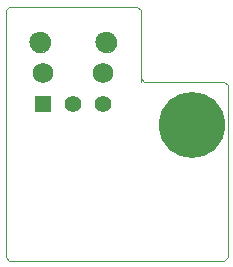
<source format=gbs>
G75*
%MOIN*%
%OFA0B0*%
%FSLAX25Y25*%
%IPPOS*%
%LPD*%
%AMOC8*
5,1,8,0,0,1.08239X$1,22.5*
%
%ADD10C,0.00000*%
%ADD11R,0.05550X0.05550*%
%ADD12C,0.05550*%
%ADD13C,0.06896*%
%ADD14C,0.07093*%
%ADD15C,0.22054*%
D10*
X0004100Y0003487D02*
X0005350Y0002238D01*
X0076913Y0002238D01*
X0078163Y0003487D01*
X0078163Y0060675D01*
X0076913Y0061925D01*
X0050350Y0061925D01*
X0049100Y0063175D01*
X0049100Y0061925D01*
X0049100Y0063175D02*
X0049100Y0085675D01*
X0047850Y0086925D01*
X0005350Y0086925D01*
X0004100Y0085675D01*
X0004100Y0003487D01*
X0012230Y0075055D02*
X0012232Y0075170D01*
X0012238Y0075286D01*
X0012248Y0075401D01*
X0012262Y0075516D01*
X0012280Y0075630D01*
X0012302Y0075743D01*
X0012327Y0075856D01*
X0012357Y0075967D01*
X0012390Y0076078D01*
X0012427Y0076187D01*
X0012468Y0076295D01*
X0012513Y0076402D01*
X0012561Y0076507D01*
X0012613Y0076610D01*
X0012669Y0076711D01*
X0012728Y0076811D01*
X0012790Y0076908D01*
X0012856Y0077003D01*
X0012924Y0077096D01*
X0012996Y0077186D01*
X0013071Y0077274D01*
X0013150Y0077359D01*
X0013231Y0077441D01*
X0013314Y0077521D01*
X0013401Y0077597D01*
X0013490Y0077671D01*
X0013581Y0077741D01*
X0013675Y0077809D01*
X0013771Y0077873D01*
X0013870Y0077933D01*
X0013970Y0077990D01*
X0014072Y0078044D01*
X0014176Y0078094D01*
X0014282Y0078141D01*
X0014389Y0078184D01*
X0014498Y0078223D01*
X0014608Y0078258D01*
X0014719Y0078289D01*
X0014831Y0078317D01*
X0014944Y0078341D01*
X0015058Y0078361D01*
X0015173Y0078377D01*
X0015288Y0078389D01*
X0015403Y0078397D01*
X0015518Y0078401D01*
X0015634Y0078401D01*
X0015749Y0078397D01*
X0015864Y0078389D01*
X0015979Y0078377D01*
X0016094Y0078361D01*
X0016208Y0078341D01*
X0016321Y0078317D01*
X0016433Y0078289D01*
X0016544Y0078258D01*
X0016654Y0078223D01*
X0016763Y0078184D01*
X0016870Y0078141D01*
X0016976Y0078094D01*
X0017080Y0078044D01*
X0017182Y0077990D01*
X0017282Y0077933D01*
X0017381Y0077873D01*
X0017477Y0077809D01*
X0017571Y0077741D01*
X0017662Y0077671D01*
X0017751Y0077597D01*
X0017838Y0077521D01*
X0017921Y0077441D01*
X0018002Y0077359D01*
X0018081Y0077274D01*
X0018156Y0077186D01*
X0018228Y0077096D01*
X0018296Y0077003D01*
X0018362Y0076908D01*
X0018424Y0076811D01*
X0018483Y0076711D01*
X0018539Y0076610D01*
X0018591Y0076507D01*
X0018639Y0076402D01*
X0018684Y0076295D01*
X0018725Y0076187D01*
X0018762Y0076078D01*
X0018795Y0075967D01*
X0018825Y0075856D01*
X0018850Y0075743D01*
X0018872Y0075630D01*
X0018890Y0075516D01*
X0018904Y0075401D01*
X0018914Y0075286D01*
X0018920Y0075170D01*
X0018922Y0075055D01*
X0018920Y0074940D01*
X0018914Y0074824D01*
X0018904Y0074709D01*
X0018890Y0074594D01*
X0018872Y0074480D01*
X0018850Y0074367D01*
X0018825Y0074254D01*
X0018795Y0074143D01*
X0018762Y0074032D01*
X0018725Y0073923D01*
X0018684Y0073815D01*
X0018639Y0073708D01*
X0018591Y0073603D01*
X0018539Y0073500D01*
X0018483Y0073399D01*
X0018424Y0073299D01*
X0018362Y0073202D01*
X0018296Y0073107D01*
X0018228Y0073014D01*
X0018156Y0072924D01*
X0018081Y0072836D01*
X0018002Y0072751D01*
X0017921Y0072669D01*
X0017838Y0072589D01*
X0017751Y0072513D01*
X0017662Y0072439D01*
X0017571Y0072369D01*
X0017477Y0072301D01*
X0017381Y0072237D01*
X0017282Y0072177D01*
X0017182Y0072120D01*
X0017080Y0072066D01*
X0016976Y0072016D01*
X0016870Y0071969D01*
X0016763Y0071926D01*
X0016654Y0071887D01*
X0016544Y0071852D01*
X0016433Y0071821D01*
X0016321Y0071793D01*
X0016208Y0071769D01*
X0016094Y0071749D01*
X0015979Y0071733D01*
X0015864Y0071721D01*
X0015749Y0071713D01*
X0015634Y0071709D01*
X0015518Y0071709D01*
X0015403Y0071713D01*
X0015288Y0071721D01*
X0015173Y0071733D01*
X0015058Y0071749D01*
X0014944Y0071769D01*
X0014831Y0071793D01*
X0014719Y0071821D01*
X0014608Y0071852D01*
X0014498Y0071887D01*
X0014389Y0071926D01*
X0014282Y0071969D01*
X0014176Y0072016D01*
X0014072Y0072066D01*
X0013970Y0072120D01*
X0013870Y0072177D01*
X0013771Y0072237D01*
X0013675Y0072301D01*
X0013581Y0072369D01*
X0013490Y0072439D01*
X0013401Y0072513D01*
X0013314Y0072589D01*
X0013231Y0072669D01*
X0013150Y0072751D01*
X0013071Y0072836D01*
X0012996Y0072924D01*
X0012924Y0073014D01*
X0012856Y0073107D01*
X0012790Y0073202D01*
X0012728Y0073299D01*
X0012669Y0073399D01*
X0012613Y0073500D01*
X0012561Y0073603D01*
X0012513Y0073708D01*
X0012468Y0073815D01*
X0012427Y0073923D01*
X0012390Y0074032D01*
X0012357Y0074143D01*
X0012327Y0074254D01*
X0012302Y0074367D01*
X0012280Y0074480D01*
X0012262Y0074594D01*
X0012248Y0074709D01*
X0012238Y0074824D01*
X0012232Y0074940D01*
X0012230Y0075055D01*
X0034278Y0075055D02*
X0034280Y0075170D01*
X0034286Y0075286D01*
X0034296Y0075401D01*
X0034310Y0075516D01*
X0034328Y0075630D01*
X0034350Y0075743D01*
X0034375Y0075856D01*
X0034405Y0075967D01*
X0034438Y0076078D01*
X0034475Y0076187D01*
X0034516Y0076295D01*
X0034561Y0076402D01*
X0034609Y0076507D01*
X0034661Y0076610D01*
X0034717Y0076711D01*
X0034776Y0076811D01*
X0034838Y0076908D01*
X0034904Y0077003D01*
X0034972Y0077096D01*
X0035044Y0077186D01*
X0035119Y0077274D01*
X0035198Y0077359D01*
X0035279Y0077441D01*
X0035362Y0077521D01*
X0035449Y0077597D01*
X0035538Y0077671D01*
X0035629Y0077741D01*
X0035723Y0077809D01*
X0035819Y0077873D01*
X0035918Y0077933D01*
X0036018Y0077990D01*
X0036120Y0078044D01*
X0036224Y0078094D01*
X0036330Y0078141D01*
X0036437Y0078184D01*
X0036546Y0078223D01*
X0036656Y0078258D01*
X0036767Y0078289D01*
X0036879Y0078317D01*
X0036992Y0078341D01*
X0037106Y0078361D01*
X0037221Y0078377D01*
X0037336Y0078389D01*
X0037451Y0078397D01*
X0037566Y0078401D01*
X0037682Y0078401D01*
X0037797Y0078397D01*
X0037912Y0078389D01*
X0038027Y0078377D01*
X0038142Y0078361D01*
X0038256Y0078341D01*
X0038369Y0078317D01*
X0038481Y0078289D01*
X0038592Y0078258D01*
X0038702Y0078223D01*
X0038811Y0078184D01*
X0038918Y0078141D01*
X0039024Y0078094D01*
X0039128Y0078044D01*
X0039230Y0077990D01*
X0039330Y0077933D01*
X0039429Y0077873D01*
X0039525Y0077809D01*
X0039619Y0077741D01*
X0039710Y0077671D01*
X0039799Y0077597D01*
X0039886Y0077521D01*
X0039969Y0077441D01*
X0040050Y0077359D01*
X0040129Y0077274D01*
X0040204Y0077186D01*
X0040276Y0077096D01*
X0040344Y0077003D01*
X0040410Y0076908D01*
X0040472Y0076811D01*
X0040531Y0076711D01*
X0040587Y0076610D01*
X0040639Y0076507D01*
X0040687Y0076402D01*
X0040732Y0076295D01*
X0040773Y0076187D01*
X0040810Y0076078D01*
X0040843Y0075967D01*
X0040873Y0075856D01*
X0040898Y0075743D01*
X0040920Y0075630D01*
X0040938Y0075516D01*
X0040952Y0075401D01*
X0040962Y0075286D01*
X0040968Y0075170D01*
X0040970Y0075055D01*
X0040968Y0074940D01*
X0040962Y0074824D01*
X0040952Y0074709D01*
X0040938Y0074594D01*
X0040920Y0074480D01*
X0040898Y0074367D01*
X0040873Y0074254D01*
X0040843Y0074143D01*
X0040810Y0074032D01*
X0040773Y0073923D01*
X0040732Y0073815D01*
X0040687Y0073708D01*
X0040639Y0073603D01*
X0040587Y0073500D01*
X0040531Y0073399D01*
X0040472Y0073299D01*
X0040410Y0073202D01*
X0040344Y0073107D01*
X0040276Y0073014D01*
X0040204Y0072924D01*
X0040129Y0072836D01*
X0040050Y0072751D01*
X0039969Y0072669D01*
X0039886Y0072589D01*
X0039799Y0072513D01*
X0039710Y0072439D01*
X0039619Y0072369D01*
X0039525Y0072301D01*
X0039429Y0072237D01*
X0039330Y0072177D01*
X0039230Y0072120D01*
X0039128Y0072066D01*
X0039024Y0072016D01*
X0038918Y0071969D01*
X0038811Y0071926D01*
X0038702Y0071887D01*
X0038592Y0071852D01*
X0038481Y0071821D01*
X0038369Y0071793D01*
X0038256Y0071769D01*
X0038142Y0071749D01*
X0038027Y0071733D01*
X0037912Y0071721D01*
X0037797Y0071713D01*
X0037682Y0071709D01*
X0037566Y0071709D01*
X0037451Y0071713D01*
X0037336Y0071721D01*
X0037221Y0071733D01*
X0037106Y0071749D01*
X0036992Y0071769D01*
X0036879Y0071793D01*
X0036767Y0071821D01*
X0036656Y0071852D01*
X0036546Y0071887D01*
X0036437Y0071926D01*
X0036330Y0071969D01*
X0036224Y0072016D01*
X0036120Y0072066D01*
X0036018Y0072120D01*
X0035918Y0072177D01*
X0035819Y0072237D01*
X0035723Y0072301D01*
X0035629Y0072369D01*
X0035538Y0072439D01*
X0035449Y0072513D01*
X0035362Y0072589D01*
X0035279Y0072669D01*
X0035198Y0072751D01*
X0035119Y0072836D01*
X0035044Y0072924D01*
X0034972Y0073014D01*
X0034904Y0073107D01*
X0034838Y0073202D01*
X0034776Y0073299D01*
X0034717Y0073399D01*
X0034661Y0073500D01*
X0034609Y0073603D01*
X0034561Y0073708D01*
X0034516Y0073815D01*
X0034475Y0073923D01*
X0034438Y0074032D01*
X0034405Y0074143D01*
X0034375Y0074254D01*
X0034350Y0074367D01*
X0034328Y0074480D01*
X0034310Y0074594D01*
X0034296Y0074709D01*
X0034286Y0074824D01*
X0034280Y0074940D01*
X0034278Y0075055D01*
D11*
X0016600Y0054425D03*
D12*
X0026600Y0054425D03*
X0036600Y0054425D03*
D13*
X0036600Y0064779D03*
X0016600Y0064779D03*
D14*
X0015576Y0075055D03*
X0037624Y0075055D03*
D15*
X0066167Y0047555D03*
M02*

</source>
